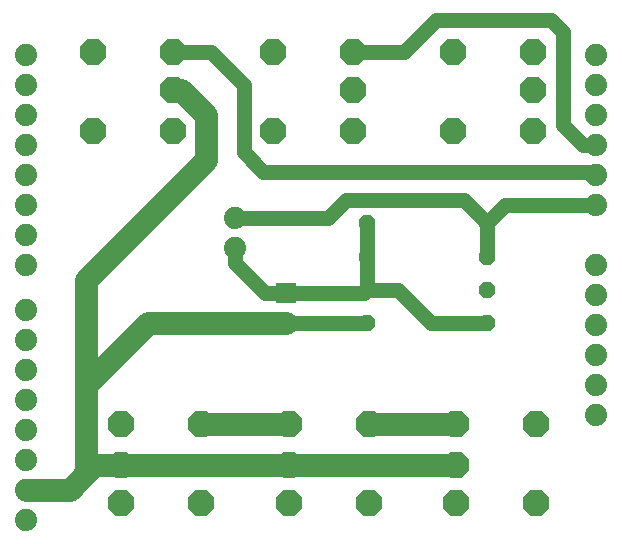
<source format=gbl>
G75*
%MOIN*%
%OFA0B0*%
%FSLAX25Y25*%
%IPPOS*%
%LPD*%
%AMOC8*
5,1,8,0,0,1.08239X$1,22.5*
%
%ADD10OC8,0.08858*%
%ADD11C,0.07400*%
%ADD12OC8,0.05600*%
%ADD13R,0.06500X0.06500*%
%ADD14C,0.06500*%
%ADD15C,0.05000*%
%ADD16C,0.07600*%
D10*
X0046614Y0055020D03*
X0046614Y0067618D03*
X0046614Y0081398D03*
X0073386Y0081398D03*
X0073386Y0055020D03*
X0102614Y0055020D03*
X0102614Y0067618D03*
X0102614Y0081398D03*
X0129386Y0081398D03*
X0129386Y0055020D03*
X0158114Y0055020D03*
X0158114Y0067618D03*
X0158114Y0081398D03*
X0184886Y0081398D03*
X0184886Y0055020D03*
X0183886Y0178969D03*
X0183886Y0192748D03*
X0183886Y0205346D03*
X0157114Y0205346D03*
X0157114Y0178969D03*
X0123886Y0178969D03*
X0123886Y0192748D03*
X0123886Y0205346D03*
X0097114Y0205346D03*
X0097114Y0178969D03*
X0063886Y0178969D03*
X0063886Y0192748D03*
X0063886Y0205346D03*
X0037114Y0205346D03*
X0037114Y0178969D03*
D11*
X0015000Y0049433D03*
X0015000Y0059433D03*
X0015000Y0069433D03*
X0015000Y0079433D03*
X0015000Y0089433D03*
X0015000Y0099433D03*
X0015000Y0109433D03*
X0015000Y0119433D03*
X0015000Y0134433D03*
X0015000Y0144433D03*
X0015000Y0154433D03*
X0015000Y0164433D03*
X0015000Y0174433D03*
X0015000Y0184433D03*
X0015000Y0194433D03*
X0015000Y0204433D03*
X0084500Y0149933D03*
X0084500Y0139933D03*
X0205000Y0134433D03*
X0205000Y0124433D03*
X0205000Y0114433D03*
X0205000Y0104433D03*
X0205000Y0094433D03*
X0205000Y0084433D03*
X0205000Y0154433D03*
X0205000Y0164433D03*
X0205000Y0174433D03*
X0205000Y0184433D03*
X0205000Y0194433D03*
X0205000Y0204433D03*
D12*
X0168500Y0148433D03*
X0168500Y0136933D03*
X0168500Y0125933D03*
X0168500Y0114933D03*
X0128500Y0114933D03*
X0128500Y0125933D03*
X0128500Y0136933D03*
X0128500Y0148433D03*
D13*
X0101500Y0124933D03*
D14*
X0101500Y0114933D03*
D15*
X0128500Y0114933D01*
X0127500Y0124933D02*
X0128500Y0125933D01*
X0128500Y0136933D01*
X0128500Y0148433D01*
X0121500Y0155933D02*
X0115500Y0149933D01*
X0084500Y0149933D01*
X0084500Y0139933D02*
X0084500Y0134933D01*
X0094500Y0124933D01*
X0101500Y0124933D01*
X0127500Y0124933D01*
X0128500Y0125933D02*
X0139000Y0125933D01*
X0150000Y0114933D01*
X0168500Y0114933D01*
X0168500Y0136933D02*
X0168500Y0148433D01*
X0161000Y0155933D01*
X0121500Y0155933D01*
X0094000Y0165433D02*
X0204000Y0165433D01*
X0205000Y0164433D01*
X0205000Y0154433D02*
X0174500Y0154433D01*
X0168500Y0148433D01*
X0200500Y0174433D02*
X0205000Y0174433D01*
X0200500Y0174433D02*
X0194000Y0180933D01*
X0194000Y0211933D01*
X0190000Y0215933D01*
X0151500Y0215933D01*
X0140913Y0205346D01*
X0123886Y0205346D01*
X0087500Y0194433D02*
X0087500Y0171933D01*
X0094000Y0165433D01*
X0087500Y0194433D02*
X0076587Y0205346D01*
X0063886Y0205346D01*
D16*
X0063886Y0192748D02*
X0066685Y0192748D01*
X0075000Y0184433D01*
X0075000Y0169433D01*
X0035000Y0129433D01*
X0035000Y0094433D01*
X0055500Y0114933D01*
X0101500Y0114933D01*
X0102614Y0081398D02*
X0073386Y0081398D01*
X0046614Y0067618D02*
X0037685Y0067618D01*
X0035000Y0064933D01*
X0035000Y0094433D01*
X0046614Y0067618D02*
X0102614Y0067618D01*
X0158114Y0067618D01*
X0158114Y0081398D02*
X0129386Y0081398D01*
X0035000Y0064933D02*
X0029500Y0059433D01*
X0015000Y0059433D01*
M02*

</source>
